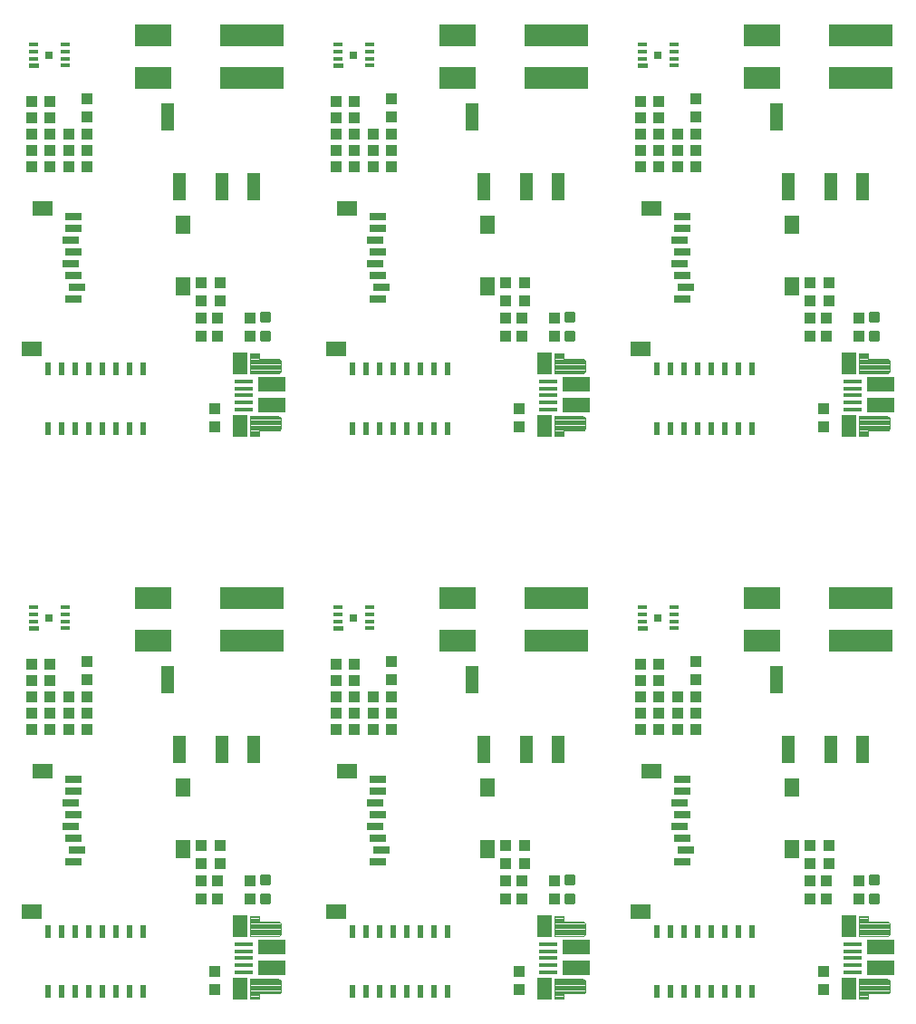
<source format=gtp>
G75*
%MOIN*%
%OFA0B0*%
%FSLAX25Y25*%
%IPPOS*%
%LPD*%
%AMOC8*
5,1,8,0,0,1.08239X$1,22.5*
%
%ADD10R,0.05748X0.07874*%
%ADD11R,0.09843X0.05610*%
%ADD12C,0.00400*%
%ADD13C,0.00197*%
%ADD14R,0.03937X0.04331*%
%ADD15R,0.04331X0.03937*%
%ADD16R,0.02362X0.04724*%
%ADD17R,0.03346X0.01378*%
%ADD18C,0.00138*%
%ADD19R,0.03000X0.03000*%
%ADD20R,0.05512X0.07087*%
%ADD21R,0.07480X0.05512*%
%ADD22R,0.05906X0.03150*%
%ADD23R,0.04724X0.09843*%
%ADD24C,0.01181*%
%ADD25R,0.13780X0.07874*%
%ADD26R,0.23622X0.07874*%
D10*
X0121167Y0060083D03*
X0121167Y0082917D03*
X0233167Y0082917D03*
X0233167Y0060083D03*
X0345167Y0060083D03*
X0345167Y0082917D03*
X0345167Y0267083D03*
X0345167Y0289917D03*
X0233167Y0289917D03*
X0233167Y0267083D03*
X0121167Y0267083D03*
X0121167Y0289917D03*
D11*
X0132781Y0282289D03*
X0132781Y0274711D03*
X0244781Y0274711D03*
X0244781Y0282289D03*
X0356781Y0282289D03*
X0356781Y0274711D03*
X0356781Y0075289D03*
X0356781Y0067711D03*
X0244781Y0067711D03*
X0244781Y0075289D03*
X0132781Y0075289D03*
X0132781Y0067711D03*
D12*
X0134810Y0063643D02*
X0124810Y0063643D01*
X0124810Y0056243D01*
X0127910Y0056243D01*
X0127910Y0058143D01*
X0127917Y0058181D01*
X0127939Y0058214D01*
X0127972Y0058236D01*
X0128010Y0058243D01*
X0134910Y0058243D01*
X0135177Y0058273D01*
X0135430Y0058362D01*
X0135658Y0058505D01*
X0135848Y0058695D01*
X0135991Y0058923D01*
X0136080Y0059176D01*
X0136110Y0059443D01*
X0136110Y0062343D01*
X0136077Y0062632D01*
X0135981Y0062907D01*
X0135826Y0063154D01*
X0135620Y0063360D01*
X0135374Y0063514D01*
X0135099Y0063611D01*
X0134810Y0063643D01*
X0135218Y0063569D02*
X0124810Y0063569D01*
X0124810Y0063170D02*
X0135809Y0063170D01*
X0136028Y0062772D02*
X0124810Y0062772D01*
X0124810Y0062373D02*
X0136106Y0062373D01*
X0136110Y0061975D02*
X0124810Y0061975D01*
X0124810Y0061576D02*
X0136110Y0061576D01*
X0136110Y0061178D02*
X0124810Y0061178D01*
X0124810Y0060779D02*
X0136110Y0060779D01*
X0136110Y0060381D02*
X0124810Y0060381D01*
X0124810Y0059982D02*
X0136110Y0059982D01*
X0136110Y0059584D02*
X0124810Y0059584D01*
X0124810Y0059185D02*
X0136081Y0059185D01*
X0135906Y0058787D02*
X0124810Y0058787D01*
X0124810Y0058388D02*
X0135472Y0058388D01*
X0127910Y0057990D02*
X0124810Y0057990D01*
X0124810Y0057591D02*
X0127910Y0057591D01*
X0127910Y0057193D02*
X0124810Y0057193D01*
X0124810Y0056794D02*
X0127910Y0056794D01*
X0127910Y0056396D02*
X0124810Y0056396D01*
X0124810Y0079306D02*
X0134810Y0079306D01*
X0135099Y0079339D01*
X0135374Y0079435D01*
X0135620Y0079590D01*
X0135826Y0079796D01*
X0135981Y0080042D01*
X0136077Y0080317D01*
X0136110Y0080606D01*
X0136110Y0083506D01*
X0136080Y0083773D01*
X0135991Y0084027D01*
X0135848Y0084254D01*
X0135658Y0084445D01*
X0135430Y0084587D01*
X0135177Y0084676D01*
X0134910Y0084706D01*
X0128010Y0084706D01*
X0127972Y0084714D01*
X0127939Y0084736D01*
X0127917Y0084768D01*
X0127910Y0084806D01*
X0127910Y0086706D01*
X0124810Y0086706D01*
X0124810Y0079306D01*
X0124810Y0079509D02*
X0135492Y0079509D01*
X0135897Y0079908D02*
X0124810Y0079908D01*
X0124810Y0080306D02*
X0136074Y0080306D01*
X0136110Y0080705D02*
X0124810Y0080705D01*
X0124810Y0081103D02*
X0136110Y0081103D01*
X0136110Y0081502D02*
X0124810Y0081502D01*
X0124810Y0081901D02*
X0136110Y0081901D01*
X0136110Y0082299D02*
X0124810Y0082299D01*
X0124810Y0082698D02*
X0136110Y0082698D01*
X0136110Y0083096D02*
X0124810Y0083096D01*
X0124810Y0083495D02*
X0136110Y0083495D01*
X0136038Y0083893D02*
X0124810Y0083893D01*
X0124810Y0084292D02*
X0135811Y0084292D01*
X0135054Y0084690D02*
X0124810Y0084690D01*
X0124810Y0085089D02*
X0127910Y0085089D01*
X0127910Y0085487D02*
X0124810Y0085487D01*
X0124810Y0085886D02*
X0127910Y0085886D01*
X0127910Y0086284D02*
X0124810Y0086284D01*
X0124810Y0086683D02*
X0127910Y0086683D01*
X0236810Y0086706D02*
X0236810Y0079306D01*
X0246810Y0079306D01*
X0247099Y0079339D01*
X0247374Y0079435D01*
X0247620Y0079590D01*
X0247826Y0079796D01*
X0247981Y0080042D01*
X0248077Y0080317D01*
X0248110Y0080606D01*
X0248110Y0083506D01*
X0248080Y0083773D01*
X0247991Y0084027D01*
X0247848Y0084254D01*
X0247658Y0084445D01*
X0247430Y0084587D01*
X0247177Y0084676D01*
X0246910Y0084706D01*
X0240010Y0084706D01*
X0239972Y0084714D01*
X0239939Y0084736D01*
X0239917Y0084768D01*
X0239910Y0084806D01*
X0239910Y0086706D01*
X0236810Y0086706D01*
X0236810Y0086683D02*
X0239910Y0086683D01*
X0239910Y0086284D02*
X0236810Y0086284D01*
X0236810Y0085886D02*
X0239910Y0085886D01*
X0239910Y0085487D02*
X0236810Y0085487D01*
X0236810Y0085089D02*
X0239910Y0085089D01*
X0236810Y0084690D02*
X0247054Y0084690D01*
X0247811Y0084292D02*
X0236810Y0084292D01*
X0236810Y0083893D02*
X0248038Y0083893D01*
X0248110Y0083495D02*
X0236810Y0083495D01*
X0236810Y0083096D02*
X0248110Y0083096D01*
X0248110Y0082698D02*
X0236810Y0082698D01*
X0236810Y0082299D02*
X0248110Y0082299D01*
X0248110Y0081901D02*
X0236810Y0081901D01*
X0236810Y0081502D02*
X0248110Y0081502D01*
X0248110Y0081103D02*
X0236810Y0081103D01*
X0236810Y0080705D02*
X0248110Y0080705D01*
X0248074Y0080306D02*
X0236810Y0080306D01*
X0236810Y0079908D02*
X0247897Y0079908D01*
X0247492Y0079509D02*
X0236810Y0079509D01*
X0236810Y0063643D02*
X0246810Y0063643D01*
X0247099Y0063611D01*
X0247374Y0063514D01*
X0247620Y0063360D01*
X0247826Y0063154D01*
X0247981Y0062907D01*
X0248077Y0062632D01*
X0248110Y0062343D01*
X0248110Y0059443D01*
X0248080Y0059176D01*
X0247991Y0058923D01*
X0247848Y0058695D01*
X0247658Y0058505D01*
X0247430Y0058362D01*
X0247177Y0058273D01*
X0246910Y0058243D01*
X0240010Y0058243D01*
X0239972Y0058236D01*
X0239939Y0058214D01*
X0239917Y0058181D01*
X0239910Y0058143D01*
X0239910Y0056243D01*
X0236810Y0056243D01*
X0236810Y0063643D01*
X0236810Y0063569D02*
X0247218Y0063569D01*
X0247809Y0063170D02*
X0236810Y0063170D01*
X0236810Y0062772D02*
X0248028Y0062772D01*
X0248106Y0062373D02*
X0236810Y0062373D01*
X0236810Y0061975D02*
X0248110Y0061975D01*
X0248110Y0061576D02*
X0236810Y0061576D01*
X0236810Y0061178D02*
X0248110Y0061178D01*
X0248110Y0060779D02*
X0236810Y0060779D01*
X0236810Y0060381D02*
X0248110Y0060381D01*
X0248110Y0059982D02*
X0236810Y0059982D01*
X0236810Y0059584D02*
X0248110Y0059584D01*
X0248081Y0059185D02*
X0236810Y0059185D01*
X0236810Y0058787D02*
X0247906Y0058787D01*
X0247472Y0058388D02*
X0236810Y0058388D01*
X0236810Y0057990D02*
X0239910Y0057990D01*
X0239910Y0057591D02*
X0236810Y0057591D01*
X0236810Y0057193D02*
X0239910Y0057193D01*
X0239910Y0056794D02*
X0236810Y0056794D01*
X0236810Y0056396D02*
X0239910Y0056396D01*
X0348810Y0056396D02*
X0351910Y0056396D01*
X0351910Y0056243D02*
X0351910Y0058143D01*
X0351917Y0058181D01*
X0351939Y0058214D01*
X0351972Y0058236D01*
X0352010Y0058243D01*
X0358910Y0058243D01*
X0359177Y0058273D01*
X0359430Y0058362D01*
X0359658Y0058505D01*
X0359848Y0058695D01*
X0359991Y0058923D01*
X0360080Y0059176D01*
X0360110Y0059443D01*
X0360110Y0062343D01*
X0360077Y0062632D01*
X0359981Y0062907D01*
X0359826Y0063154D01*
X0359620Y0063360D01*
X0359374Y0063514D01*
X0359099Y0063611D01*
X0358810Y0063643D01*
X0348810Y0063643D01*
X0348810Y0056243D01*
X0351910Y0056243D01*
X0351910Y0056794D02*
X0348810Y0056794D01*
X0348810Y0057193D02*
X0351910Y0057193D01*
X0351910Y0057591D02*
X0348810Y0057591D01*
X0348810Y0057990D02*
X0351910Y0057990D01*
X0348810Y0058388D02*
X0359472Y0058388D01*
X0359906Y0058787D02*
X0348810Y0058787D01*
X0348810Y0059185D02*
X0360081Y0059185D01*
X0360110Y0059584D02*
X0348810Y0059584D01*
X0348810Y0059982D02*
X0360110Y0059982D01*
X0360110Y0060381D02*
X0348810Y0060381D01*
X0348810Y0060779D02*
X0360110Y0060779D01*
X0360110Y0061178D02*
X0348810Y0061178D01*
X0348810Y0061576D02*
X0360110Y0061576D01*
X0360110Y0061975D02*
X0348810Y0061975D01*
X0348810Y0062373D02*
X0360106Y0062373D01*
X0360028Y0062772D02*
X0348810Y0062772D01*
X0348810Y0063170D02*
X0359809Y0063170D01*
X0359218Y0063569D02*
X0348810Y0063569D01*
X0348810Y0079306D02*
X0358810Y0079306D01*
X0359099Y0079339D01*
X0359374Y0079435D01*
X0359620Y0079590D01*
X0359826Y0079796D01*
X0359981Y0080042D01*
X0360077Y0080317D01*
X0360110Y0080606D01*
X0360110Y0083506D01*
X0360080Y0083773D01*
X0359991Y0084027D01*
X0359848Y0084254D01*
X0359658Y0084445D01*
X0359430Y0084587D01*
X0359177Y0084676D01*
X0358910Y0084706D01*
X0352010Y0084706D01*
X0351972Y0084714D01*
X0351939Y0084736D01*
X0351917Y0084768D01*
X0351910Y0084806D01*
X0351910Y0086706D01*
X0348810Y0086706D01*
X0348810Y0079306D01*
X0348810Y0079509D02*
X0359492Y0079509D01*
X0359897Y0079908D02*
X0348810Y0079908D01*
X0348810Y0080306D02*
X0360074Y0080306D01*
X0360110Y0080705D02*
X0348810Y0080705D01*
X0348810Y0081103D02*
X0360110Y0081103D01*
X0360110Y0081502D02*
X0348810Y0081502D01*
X0348810Y0081901D02*
X0360110Y0081901D01*
X0360110Y0082299D02*
X0348810Y0082299D01*
X0348810Y0082698D02*
X0360110Y0082698D01*
X0360110Y0083096D02*
X0348810Y0083096D01*
X0348810Y0083495D02*
X0360110Y0083495D01*
X0360038Y0083893D02*
X0348810Y0083893D01*
X0348810Y0084292D02*
X0359811Y0084292D01*
X0359054Y0084690D02*
X0348810Y0084690D01*
X0348810Y0085089D02*
X0351910Y0085089D01*
X0351910Y0085487D02*
X0348810Y0085487D01*
X0348810Y0085886D02*
X0351910Y0085886D01*
X0351910Y0086284D02*
X0348810Y0086284D01*
X0348810Y0086683D02*
X0351910Y0086683D01*
X0351910Y0263243D02*
X0348810Y0263243D01*
X0348810Y0270643D01*
X0358810Y0270643D01*
X0359099Y0270611D01*
X0359374Y0270514D01*
X0359620Y0270360D01*
X0359826Y0270154D01*
X0359981Y0269907D01*
X0360077Y0269632D01*
X0360110Y0269343D01*
X0360110Y0266443D01*
X0360080Y0266176D01*
X0359991Y0265923D01*
X0359848Y0265695D01*
X0359658Y0265505D01*
X0359430Y0265362D01*
X0359177Y0265273D01*
X0358910Y0265243D01*
X0352010Y0265243D01*
X0351972Y0265236D01*
X0351939Y0265214D01*
X0351917Y0265181D01*
X0351910Y0265143D01*
X0351910Y0263243D01*
X0351910Y0263622D02*
X0348810Y0263622D01*
X0348810Y0264020D02*
X0351910Y0264020D01*
X0351910Y0264419D02*
X0348810Y0264419D01*
X0348810Y0264817D02*
X0351910Y0264817D01*
X0351942Y0265216D02*
X0348810Y0265216D01*
X0348810Y0265614D02*
X0359767Y0265614D01*
X0360023Y0266013D02*
X0348810Y0266013D01*
X0348810Y0266411D02*
X0360106Y0266411D01*
X0360110Y0266810D02*
X0348810Y0266810D01*
X0348810Y0267208D02*
X0360110Y0267208D01*
X0360110Y0267607D02*
X0348810Y0267607D01*
X0348810Y0268005D02*
X0360110Y0268005D01*
X0360110Y0268404D02*
X0348810Y0268404D01*
X0348810Y0268802D02*
X0360110Y0268802D01*
X0360110Y0269201D02*
X0348810Y0269201D01*
X0348810Y0269599D02*
X0360081Y0269599D01*
X0359924Y0269998D02*
X0348810Y0269998D01*
X0348810Y0270396D02*
X0359562Y0270396D01*
X0358810Y0286306D02*
X0348810Y0286306D01*
X0348810Y0293706D01*
X0351910Y0293706D01*
X0351910Y0291806D01*
X0351917Y0291768D01*
X0351939Y0291736D01*
X0351972Y0291714D01*
X0352010Y0291706D01*
X0358910Y0291706D01*
X0359177Y0291676D01*
X0359430Y0291587D01*
X0359658Y0291445D01*
X0359848Y0291254D01*
X0359991Y0291027D01*
X0360080Y0290773D01*
X0360110Y0290506D01*
X0360110Y0287606D01*
X0360077Y0287317D01*
X0359981Y0287042D01*
X0359826Y0286796D01*
X0359620Y0286590D01*
X0359374Y0286435D01*
X0359099Y0286339D01*
X0358810Y0286306D01*
X0359081Y0286337D02*
X0348810Y0286337D01*
X0348810Y0286735D02*
X0359766Y0286735D01*
X0360013Y0287134D02*
X0348810Y0287134D01*
X0348810Y0287532D02*
X0360102Y0287532D01*
X0360110Y0287931D02*
X0348810Y0287931D01*
X0348810Y0288329D02*
X0360110Y0288329D01*
X0360110Y0288728D02*
X0348810Y0288728D01*
X0348810Y0289126D02*
X0360110Y0289126D01*
X0360110Y0289525D02*
X0348810Y0289525D01*
X0348810Y0289923D02*
X0360110Y0289923D01*
X0360110Y0290322D02*
X0348810Y0290322D01*
X0348810Y0290720D02*
X0360086Y0290720D01*
X0359933Y0291119D02*
X0348810Y0291119D01*
X0348810Y0291517D02*
X0359542Y0291517D01*
X0351910Y0291916D02*
X0348810Y0291916D01*
X0348810Y0292314D02*
X0351910Y0292314D01*
X0351910Y0292713D02*
X0348810Y0292713D01*
X0348810Y0293112D02*
X0351910Y0293112D01*
X0351910Y0293510D02*
X0348810Y0293510D01*
X0248110Y0290506D02*
X0248080Y0290773D01*
X0247991Y0291027D01*
X0247848Y0291254D01*
X0247658Y0291445D01*
X0247430Y0291587D01*
X0247177Y0291676D01*
X0246910Y0291706D01*
X0240010Y0291706D01*
X0239972Y0291714D01*
X0239939Y0291736D01*
X0239917Y0291768D01*
X0239910Y0291806D01*
X0239910Y0293706D01*
X0236810Y0293706D01*
X0236810Y0286306D01*
X0246810Y0286306D01*
X0247099Y0286339D01*
X0247374Y0286435D01*
X0247620Y0286590D01*
X0247826Y0286796D01*
X0247981Y0287042D01*
X0248077Y0287317D01*
X0248110Y0287606D01*
X0248110Y0290506D01*
X0248110Y0290322D02*
X0236810Y0290322D01*
X0236810Y0290720D02*
X0248086Y0290720D01*
X0247933Y0291119D02*
X0236810Y0291119D01*
X0236810Y0291517D02*
X0247542Y0291517D01*
X0248110Y0289923D02*
X0236810Y0289923D01*
X0236810Y0289525D02*
X0248110Y0289525D01*
X0248110Y0289126D02*
X0236810Y0289126D01*
X0236810Y0288728D02*
X0248110Y0288728D01*
X0248110Y0288329D02*
X0236810Y0288329D01*
X0236810Y0287931D02*
X0248110Y0287931D01*
X0248102Y0287532D02*
X0236810Y0287532D01*
X0236810Y0287134D02*
X0248013Y0287134D01*
X0247766Y0286735D02*
X0236810Y0286735D01*
X0236810Y0286337D02*
X0247081Y0286337D01*
X0239910Y0291916D02*
X0236810Y0291916D01*
X0236810Y0292314D02*
X0239910Y0292314D01*
X0239910Y0292713D02*
X0236810Y0292713D01*
X0236810Y0293112D02*
X0239910Y0293112D01*
X0239910Y0293510D02*
X0236810Y0293510D01*
X0236810Y0270643D02*
X0246810Y0270643D01*
X0247099Y0270611D01*
X0247374Y0270514D01*
X0247620Y0270360D01*
X0247826Y0270154D01*
X0247981Y0269907D01*
X0248077Y0269632D01*
X0248110Y0269343D01*
X0248110Y0266443D01*
X0248080Y0266176D01*
X0247991Y0265923D01*
X0247848Y0265695D01*
X0247658Y0265505D01*
X0247430Y0265362D01*
X0247177Y0265273D01*
X0246910Y0265243D01*
X0240010Y0265243D01*
X0239972Y0265236D01*
X0239939Y0265214D01*
X0239917Y0265181D01*
X0239910Y0265143D01*
X0239910Y0263243D01*
X0236810Y0263243D01*
X0236810Y0270643D01*
X0236810Y0270396D02*
X0247562Y0270396D01*
X0247924Y0269998D02*
X0236810Y0269998D01*
X0236810Y0269599D02*
X0248081Y0269599D01*
X0248110Y0269201D02*
X0236810Y0269201D01*
X0236810Y0268802D02*
X0248110Y0268802D01*
X0248110Y0268404D02*
X0236810Y0268404D01*
X0236810Y0268005D02*
X0248110Y0268005D01*
X0248110Y0267607D02*
X0236810Y0267607D01*
X0236810Y0267208D02*
X0248110Y0267208D01*
X0248110Y0266810D02*
X0236810Y0266810D01*
X0236810Y0266411D02*
X0248106Y0266411D01*
X0248023Y0266013D02*
X0236810Y0266013D01*
X0236810Y0265614D02*
X0247767Y0265614D01*
X0239942Y0265216D02*
X0236810Y0265216D01*
X0236810Y0264817D02*
X0239910Y0264817D01*
X0239910Y0264419D02*
X0236810Y0264419D01*
X0236810Y0264020D02*
X0239910Y0264020D01*
X0239910Y0263622D02*
X0236810Y0263622D01*
X0136110Y0266443D02*
X0136080Y0266176D01*
X0135991Y0265923D01*
X0135848Y0265695D01*
X0135658Y0265505D01*
X0135430Y0265362D01*
X0135177Y0265273D01*
X0134910Y0265243D01*
X0128010Y0265243D01*
X0127972Y0265236D01*
X0127939Y0265214D01*
X0127917Y0265181D01*
X0127910Y0265143D01*
X0127910Y0263243D01*
X0124810Y0263243D01*
X0124810Y0270643D01*
X0134810Y0270643D01*
X0135099Y0270611D01*
X0135374Y0270514D01*
X0135620Y0270360D01*
X0135826Y0270154D01*
X0135981Y0269907D01*
X0136077Y0269632D01*
X0136110Y0269343D01*
X0136110Y0266443D01*
X0136106Y0266411D02*
X0124810Y0266411D01*
X0124810Y0266013D02*
X0136023Y0266013D01*
X0135767Y0265614D02*
X0124810Y0265614D01*
X0124810Y0265216D02*
X0127942Y0265216D01*
X0127910Y0264817D02*
X0124810Y0264817D01*
X0124810Y0264419D02*
X0127910Y0264419D01*
X0127910Y0264020D02*
X0124810Y0264020D01*
X0124810Y0263622D02*
X0127910Y0263622D01*
X0124810Y0266810D02*
X0136110Y0266810D01*
X0136110Y0267208D02*
X0124810Y0267208D01*
X0124810Y0267607D02*
X0136110Y0267607D01*
X0136110Y0268005D02*
X0124810Y0268005D01*
X0124810Y0268404D02*
X0136110Y0268404D01*
X0136110Y0268802D02*
X0124810Y0268802D01*
X0124810Y0269201D02*
X0136110Y0269201D01*
X0136081Y0269599D02*
X0124810Y0269599D01*
X0124810Y0269998D02*
X0135924Y0269998D01*
X0135562Y0270396D02*
X0124810Y0270396D01*
X0124810Y0286306D02*
X0134810Y0286306D01*
X0135099Y0286339D01*
X0135374Y0286435D01*
X0135620Y0286590D01*
X0135826Y0286796D01*
X0135981Y0287042D01*
X0136077Y0287317D01*
X0136110Y0287606D01*
X0136110Y0290506D01*
X0136080Y0290773D01*
X0135991Y0291027D01*
X0135848Y0291254D01*
X0135658Y0291445D01*
X0135430Y0291587D01*
X0135177Y0291676D01*
X0134910Y0291706D01*
X0128010Y0291706D01*
X0127972Y0291714D01*
X0127939Y0291736D01*
X0127917Y0291768D01*
X0127910Y0291806D01*
X0127910Y0293706D01*
X0124810Y0293706D01*
X0124810Y0286306D01*
X0124810Y0286337D02*
X0135081Y0286337D01*
X0135766Y0286735D02*
X0124810Y0286735D01*
X0124810Y0287134D02*
X0136013Y0287134D01*
X0136102Y0287532D02*
X0124810Y0287532D01*
X0124810Y0287931D02*
X0136110Y0287931D01*
X0136110Y0288329D02*
X0124810Y0288329D01*
X0124810Y0288728D02*
X0136110Y0288728D01*
X0136110Y0289126D02*
X0124810Y0289126D01*
X0124810Y0289525D02*
X0136110Y0289525D01*
X0136110Y0289923D02*
X0124810Y0289923D01*
X0124810Y0290322D02*
X0136110Y0290322D01*
X0136086Y0290720D02*
X0124810Y0290720D01*
X0124810Y0291119D02*
X0135933Y0291119D01*
X0135542Y0291517D02*
X0124810Y0291517D01*
X0124810Y0291916D02*
X0127910Y0291916D01*
X0127910Y0292314D02*
X0124810Y0292314D01*
X0124810Y0292713D02*
X0127910Y0292713D01*
X0127910Y0293112D02*
X0124810Y0293112D01*
X0124810Y0293510D02*
X0127910Y0293510D01*
D13*
X0125423Y0284110D02*
X0119025Y0284110D01*
X0119025Y0283126D01*
X0125423Y0283126D01*
X0125423Y0284110D01*
X0125423Y0284033D02*
X0119025Y0284033D01*
X0119025Y0283838D02*
X0125423Y0283838D01*
X0125423Y0283642D02*
X0119025Y0283642D01*
X0119025Y0283447D02*
X0125423Y0283447D01*
X0125423Y0283252D02*
X0119025Y0283252D01*
X0119025Y0281551D02*
X0125423Y0281551D01*
X0125423Y0280567D01*
X0119025Y0280567D01*
X0119025Y0281551D01*
X0119025Y0281493D02*
X0125423Y0281493D01*
X0125423Y0281298D02*
X0119025Y0281298D01*
X0119025Y0281103D02*
X0125423Y0281103D01*
X0125423Y0280907D02*
X0119025Y0280907D01*
X0119025Y0280712D02*
X0125423Y0280712D01*
X0125423Y0278992D02*
X0125423Y0278008D01*
X0119025Y0278008D01*
X0119025Y0278992D01*
X0125423Y0278992D01*
X0125423Y0278954D02*
X0119025Y0278954D01*
X0119025Y0278758D02*
X0125423Y0278758D01*
X0125423Y0278563D02*
X0119025Y0278563D01*
X0119025Y0278368D02*
X0125423Y0278368D01*
X0125423Y0278172D02*
X0119025Y0278172D01*
X0119025Y0276433D02*
X0125423Y0276433D01*
X0125423Y0275449D01*
X0119025Y0275449D01*
X0119025Y0276433D01*
X0119025Y0276414D02*
X0125423Y0276414D01*
X0125423Y0276219D02*
X0119025Y0276219D01*
X0119025Y0276023D02*
X0125423Y0276023D01*
X0125423Y0275828D02*
X0119025Y0275828D01*
X0119025Y0275633D02*
X0125423Y0275633D01*
X0125423Y0273874D02*
X0125423Y0272890D01*
X0119025Y0272890D01*
X0119025Y0273874D01*
X0125423Y0273874D01*
X0125423Y0273679D02*
X0119025Y0273679D01*
X0119025Y0273484D02*
X0125423Y0273484D01*
X0125423Y0273288D02*
X0119025Y0273288D01*
X0119025Y0273093D02*
X0125423Y0273093D01*
X0125423Y0272898D02*
X0119025Y0272898D01*
X0231025Y0272898D02*
X0237423Y0272898D01*
X0237423Y0272890D02*
X0231025Y0272890D01*
X0231025Y0273874D01*
X0237423Y0273874D01*
X0237423Y0272890D01*
X0237423Y0273093D02*
X0231025Y0273093D01*
X0231025Y0273288D02*
X0237423Y0273288D01*
X0237423Y0273484D02*
X0231025Y0273484D01*
X0231025Y0273679D02*
X0237423Y0273679D01*
X0237423Y0275449D02*
X0231025Y0275449D01*
X0231025Y0276433D01*
X0237423Y0276433D01*
X0237423Y0275449D01*
X0237423Y0275633D02*
X0231025Y0275633D01*
X0231025Y0275828D02*
X0237423Y0275828D01*
X0237423Y0276023D02*
X0231025Y0276023D01*
X0231025Y0276219D02*
X0237423Y0276219D01*
X0237423Y0276414D02*
X0231025Y0276414D01*
X0231025Y0278008D02*
X0237423Y0278008D01*
X0237423Y0278992D01*
X0231025Y0278992D01*
X0231025Y0278008D01*
X0231025Y0278172D02*
X0237423Y0278172D01*
X0237423Y0278368D02*
X0231025Y0278368D01*
X0231025Y0278563D02*
X0237423Y0278563D01*
X0237423Y0278758D02*
X0231025Y0278758D01*
X0231025Y0278954D02*
X0237423Y0278954D01*
X0237423Y0280567D02*
X0231025Y0280567D01*
X0231025Y0281551D01*
X0237423Y0281551D01*
X0237423Y0280567D01*
X0237423Y0280712D02*
X0231025Y0280712D01*
X0231025Y0280907D02*
X0237423Y0280907D01*
X0237423Y0281103D02*
X0231025Y0281103D01*
X0231025Y0281298D02*
X0237423Y0281298D01*
X0237423Y0281493D02*
X0231025Y0281493D01*
X0231025Y0283126D02*
X0237423Y0283126D01*
X0237423Y0284110D01*
X0231025Y0284110D01*
X0231025Y0283126D01*
X0231025Y0283252D02*
X0237423Y0283252D01*
X0237423Y0283447D02*
X0231025Y0283447D01*
X0231025Y0283642D02*
X0237423Y0283642D01*
X0237423Y0283838D02*
X0231025Y0283838D01*
X0231025Y0284033D02*
X0237423Y0284033D01*
X0343025Y0284033D02*
X0349423Y0284033D01*
X0349423Y0284110D02*
X0349423Y0283126D01*
X0343025Y0283126D01*
X0343025Y0284110D01*
X0349423Y0284110D01*
X0349423Y0283838D02*
X0343025Y0283838D01*
X0343025Y0283642D02*
X0349423Y0283642D01*
X0349423Y0283447D02*
X0343025Y0283447D01*
X0343025Y0283252D02*
X0349423Y0283252D01*
X0349423Y0281551D02*
X0349423Y0280567D01*
X0343025Y0280567D01*
X0343025Y0281551D01*
X0349423Y0281551D01*
X0349423Y0281493D02*
X0343025Y0281493D01*
X0343025Y0281298D02*
X0349423Y0281298D01*
X0349423Y0281103D02*
X0343025Y0281103D01*
X0343025Y0280907D02*
X0349423Y0280907D01*
X0349423Y0280712D02*
X0343025Y0280712D01*
X0343025Y0278992D02*
X0349423Y0278992D01*
X0349423Y0278008D01*
X0343025Y0278008D01*
X0343025Y0278992D01*
X0343025Y0278954D02*
X0349423Y0278954D01*
X0349423Y0278758D02*
X0343025Y0278758D01*
X0343025Y0278563D02*
X0349423Y0278563D01*
X0349423Y0278368D02*
X0343025Y0278368D01*
X0343025Y0278172D02*
X0349423Y0278172D01*
X0349423Y0276433D02*
X0343025Y0276433D01*
X0343025Y0275449D01*
X0349423Y0275449D01*
X0349423Y0276433D01*
X0349423Y0276414D02*
X0343025Y0276414D01*
X0343025Y0276219D02*
X0349423Y0276219D01*
X0349423Y0276023D02*
X0343025Y0276023D01*
X0343025Y0275828D02*
X0349423Y0275828D01*
X0349423Y0275633D02*
X0343025Y0275633D01*
X0343025Y0273874D02*
X0349423Y0273874D01*
X0349423Y0272890D01*
X0343025Y0272890D01*
X0343025Y0273874D01*
X0343025Y0273679D02*
X0349423Y0273679D01*
X0349423Y0273484D02*
X0343025Y0273484D01*
X0343025Y0273288D02*
X0349423Y0273288D01*
X0349423Y0273093D02*
X0343025Y0273093D01*
X0343025Y0272898D02*
X0349423Y0272898D01*
X0349423Y0077110D02*
X0343025Y0077110D01*
X0343025Y0076126D01*
X0349423Y0076126D01*
X0349423Y0077110D01*
X0349423Y0076950D02*
X0343025Y0076950D01*
X0343025Y0076754D02*
X0349423Y0076754D01*
X0349423Y0076559D02*
X0343025Y0076559D01*
X0343025Y0076364D02*
X0349423Y0076364D01*
X0349423Y0076168D02*
X0343025Y0076168D01*
X0343025Y0074551D02*
X0349423Y0074551D01*
X0349423Y0073567D01*
X0343025Y0073567D01*
X0343025Y0074551D01*
X0343025Y0074410D02*
X0349423Y0074410D01*
X0349423Y0074215D02*
X0343025Y0074215D01*
X0343025Y0074019D02*
X0349423Y0074019D01*
X0349423Y0073824D02*
X0343025Y0073824D01*
X0343025Y0073629D02*
X0349423Y0073629D01*
X0349423Y0071992D02*
X0349423Y0071008D01*
X0343025Y0071008D01*
X0343025Y0071992D01*
X0349423Y0071992D01*
X0349423Y0071870D02*
X0343025Y0071870D01*
X0343025Y0071675D02*
X0349423Y0071675D01*
X0349423Y0071480D02*
X0343025Y0071480D01*
X0343025Y0071284D02*
X0349423Y0071284D01*
X0349423Y0071089D02*
X0343025Y0071089D01*
X0343025Y0069433D02*
X0349423Y0069433D01*
X0349423Y0068449D01*
X0343025Y0068449D01*
X0343025Y0069433D01*
X0343025Y0069331D02*
X0349423Y0069331D01*
X0349423Y0069135D02*
X0343025Y0069135D01*
X0343025Y0068940D02*
X0349423Y0068940D01*
X0349423Y0068745D02*
X0343025Y0068745D01*
X0343025Y0068549D02*
X0349423Y0068549D01*
X0349423Y0066874D02*
X0349423Y0065890D01*
X0343025Y0065890D01*
X0343025Y0066874D01*
X0349423Y0066874D01*
X0349423Y0066791D02*
X0343025Y0066791D01*
X0343025Y0066596D02*
X0349423Y0066596D01*
X0349423Y0066400D02*
X0343025Y0066400D01*
X0343025Y0066205D02*
X0349423Y0066205D01*
X0349423Y0066009D02*
X0343025Y0066009D01*
X0237423Y0066009D02*
X0231025Y0066009D01*
X0231025Y0065890D02*
X0237423Y0065890D01*
X0237423Y0066874D01*
X0231025Y0066874D01*
X0231025Y0065890D01*
X0231025Y0066205D02*
X0237423Y0066205D01*
X0237423Y0066400D02*
X0231025Y0066400D01*
X0231025Y0066596D02*
X0237423Y0066596D01*
X0237423Y0066791D02*
X0231025Y0066791D01*
X0231025Y0068449D02*
X0237423Y0068449D01*
X0237423Y0069433D01*
X0231025Y0069433D01*
X0231025Y0068449D01*
X0231025Y0068549D02*
X0237423Y0068549D01*
X0237423Y0068745D02*
X0231025Y0068745D01*
X0231025Y0068940D02*
X0237423Y0068940D01*
X0237423Y0069135D02*
X0231025Y0069135D01*
X0231025Y0069331D02*
X0237423Y0069331D01*
X0237423Y0071008D02*
X0231025Y0071008D01*
X0231025Y0071992D01*
X0237423Y0071992D01*
X0237423Y0071008D01*
X0237423Y0071089D02*
X0231025Y0071089D01*
X0231025Y0071284D02*
X0237423Y0071284D01*
X0237423Y0071480D02*
X0231025Y0071480D01*
X0231025Y0071675D02*
X0237423Y0071675D01*
X0237423Y0071870D02*
X0231025Y0071870D01*
X0231025Y0073567D02*
X0237423Y0073567D01*
X0237423Y0074551D01*
X0231025Y0074551D01*
X0231025Y0073567D01*
X0231025Y0073629D02*
X0237423Y0073629D01*
X0237423Y0073824D02*
X0231025Y0073824D01*
X0231025Y0074019D02*
X0237423Y0074019D01*
X0237423Y0074215D02*
X0231025Y0074215D01*
X0231025Y0074410D02*
X0237423Y0074410D01*
X0237423Y0076126D02*
X0231025Y0076126D01*
X0231025Y0077110D01*
X0237423Y0077110D01*
X0237423Y0076126D01*
X0237423Y0076168D02*
X0231025Y0076168D01*
X0231025Y0076364D02*
X0237423Y0076364D01*
X0237423Y0076559D02*
X0231025Y0076559D01*
X0231025Y0076754D02*
X0237423Y0076754D01*
X0237423Y0076950D02*
X0231025Y0076950D01*
X0125423Y0076950D02*
X0119025Y0076950D01*
X0119025Y0077110D02*
X0125423Y0077110D01*
X0125423Y0076126D01*
X0119025Y0076126D01*
X0119025Y0077110D01*
X0119025Y0076754D02*
X0125423Y0076754D01*
X0125423Y0076559D02*
X0119025Y0076559D01*
X0119025Y0076364D02*
X0125423Y0076364D01*
X0125423Y0076168D02*
X0119025Y0076168D01*
X0119025Y0074551D02*
X0125423Y0074551D01*
X0125423Y0073567D01*
X0119025Y0073567D01*
X0119025Y0074551D01*
X0119025Y0074410D02*
X0125423Y0074410D01*
X0125423Y0074215D02*
X0119025Y0074215D01*
X0119025Y0074019D02*
X0125423Y0074019D01*
X0125423Y0073824D02*
X0119025Y0073824D01*
X0119025Y0073629D02*
X0125423Y0073629D01*
X0125423Y0071992D02*
X0125423Y0071008D01*
X0119025Y0071008D01*
X0119025Y0071992D01*
X0125423Y0071992D01*
X0125423Y0071870D02*
X0119025Y0071870D01*
X0119025Y0071675D02*
X0125423Y0071675D01*
X0125423Y0071480D02*
X0119025Y0071480D01*
X0119025Y0071284D02*
X0125423Y0071284D01*
X0125423Y0071089D02*
X0119025Y0071089D01*
X0119025Y0069433D02*
X0125423Y0069433D01*
X0125423Y0068449D01*
X0119025Y0068449D01*
X0119025Y0069433D01*
X0119025Y0069331D02*
X0125423Y0069331D01*
X0125423Y0069135D02*
X0119025Y0069135D01*
X0119025Y0068940D02*
X0125423Y0068940D01*
X0125423Y0068745D02*
X0119025Y0068745D01*
X0119025Y0068549D02*
X0125423Y0068549D01*
X0125423Y0066874D02*
X0125423Y0065890D01*
X0119025Y0065890D01*
X0119025Y0066874D01*
X0125423Y0066874D01*
X0125423Y0066791D02*
X0119025Y0066791D01*
X0119025Y0066596D02*
X0125423Y0066596D01*
X0125423Y0066400D02*
X0119025Y0066400D01*
X0119025Y0066205D02*
X0125423Y0066205D01*
X0125423Y0066009D02*
X0119025Y0066009D01*
D14*
X0111750Y0066346D03*
X0111750Y0059654D03*
X0112750Y0093154D03*
X0106750Y0093154D03*
X0106750Y0099846D03*
X0112750Y0099846D03*
X0113750Y0106154D03*
X0106750Y0106154D03*
X0106750Y0112846D03*
X0113750Y0112846D03*
X0124750Y0099846D03*
X0124750Y0093154D03*
X0176750Y0173654D03*
X0176750Y0180346D03*
X0218750Y0112846D03*
X0218750Y0106154D03*
X0218750Y0099846D03*
X0224750Y0099846D03*
X0225750Y0106154D03*
X0225750Y0112846D03*
X0236750Y0099846D03*
X0236750Y0093154D03*
X0224750Y0093154D03*
X0218750Y0093154D03*
X0223750Y0066346D03*
X0223750Y0059654D03*
X0330750Y0093154D03*
X0336750Y0093154D03*
X0336750Y0099846D03*
X0330750Y0099846D03*
X0330750Y0106154D03*
X0337750Y0106154D03*
X0337750Y0112846D03*
X0330750Y0112846D03*
X0348750Y0099846D03*
X0348750Y0093154D03*
X0335750Y0066346D03*
X0335750Y0059654D03*
X0288750Y0173654D03*
X0288750Y0180346D03*
X0335750Y0266654D03*
X0335750Y0273346D03*
X0336750Y0300154D03*
X0330750Y0300154D03*
X0330750Y0306846D03*
X0336750Y0306846D03*
X0337750Y0313154D03*
X0330750Y0313154D03*
X0330750Y0319846D03*
X0337750Y0319846D03*
X0348750Y0306846D03*
X0348750Y0300154D03*
X0288750Y0380654D03*
X0288750Y0387346D03*
X0225750Y0319846D03*
X0225750Y0313154D03*
X0224750Y0306846D03*
X0218750Y0306846D03*
X0218750Y0313154D03*
X0218750Y0319846D03*
X0236750Y0306846D03*
X0236750Y0300154D03*
X0224750Y0300154D03*
X0218750Y0300154D03*
X0223750Y0273346D03*
X0223750Y0266654D03*
X0124750Y0300154D03*
X0124750Y0306846D03*
X0112750Y0306846D03*
X0106750Y0306846D03*
X0106750Y0313154D03*
X0113750Y0313154D03*
X0113750Y0319846D03*
X0106750Y0319846D03*
X0106750Y0300154D03*
X0112750Y0300154D03*
X0111750Y0273346D03*
X0111750Y0266654D03*
X0064750Y0180346D03*
X0064750Y0173654D03*
X0064750Y0380654D03*
X0064750Y0387346D03*
X0176750Y0387346D03*
X0176750Y0380654D03*
D15*
X0176596Y0374500D03*
X0176596Y0368500D03*
X0176596Y0362500D03*
X0169904Y0362500D03*
X0169904Y0368500D03*
X0169904Y0374500D03*
X0163096Y0374500D03*
X0163096Y0368500D03*
X0163096Y0362500D03*
X0156404Y0362500D03*
X0156404Y0368500D03*
X0156404Y0374500D03*
X0156404Y0380500D03*
X0156404Y0386500D03*
X0163096Y0386500D03*
X0163096Y0380500D03*
X0064596Y0374500D03*
X0064596Y0368500D03*
X0064596Y0362500D03*
X0057904Y0362500D03*
X0057904Y0368500D03*
X0057904Y0374500D03*
X0051096Y0374500D03*
X0051096Y0368500D03*
X0051096Y0362500D03*
X0044404Y0362500D03*
X0044404Y0368500D03*
X0044404Y0374500D03*
X0044404Y0380500D03*
X0044404Y0386500D03*
X0051096Y0386500D03*
X0051096Y0380500D03*
X0051096Y0179500D03*
X0044404Y0179500D03*
X0044404Y0173500D03*
X0044404Y0167500D03*
X0044404Y0161500D03*
X0044404Y0155500D03*
X0051096Y0155500D03*
X0051096Y0161500D03*
X0051096Y0167500D03*
X0051096Y0173500D03*
X0057904Y0167500D03*
X0057904Y0161500D03*
X0057904Y0155500D03*
X0064596Y0155500D03*
X0064596Y0161500D03*
X0064596Y0167500D03*
X0156404Y0167500D03*
X0156404Y0161500D03*
X0156404Y0155500D03*
X0163096Y0155500D03*
X0163096Y0161500D03*
X0163096Y0167500D03*
X0163096Y0173500D03*
X0169904Y0167500D03*
X0169904Y0161500D03*
X0169904Y0155500D03*
X0176596Y0155500D03*
X0176596Y0161500D03*
X0176596Y0167500D03*
X0163096Y0179500D03*
X0156404Y0179500D03*
X0156404Y0173500D03*
X0268404Y0173500D03*
X0268404Y0167500D03*
X0268404Y0161500D03*
X0268404Y0155500D03*
X0275096Y0155500D03*
X0275096Y0161500D03*
X0275096Y0167500D03*
X0275096Y0173500D03*
X0275096Y0179500D03*
X0268404Y0179500D03*
X0281904Y0167500D03*
X0281904Y0161500D03*
X0281904Y0155500D03*
X0288596Y0155500D03*
X0288596Y0161500D03*
X0288596Y0167500D03*
X0288596Y0362500D03*
X0288596Y0368500D03*
X0288596Y0374500D03*
X0281904Y0374500D03*
X0281904Y0368500D03*
X0281904Y0362500D03*
X0275096Y0362500D03*
X0275096Y0368500D03*
X0275096Y0374500D03*
X0268404Y0374500D03*
X0268404Y0368500D03*
X0268404Y0362500D03*
X0268404Y0380500D03*
X0268404Y0386500D03*
X0275096Y0386500D03*
X0275096Y0380500D03*
D16*
X0050250Y0058976D03*
X0055250Y0058976D03*
X0060250Y0058976D03*
X0065250Y0058976D03*
X0070250Y0058976D03*
X0075250Y0058976D03*
X0080250Y0058976D03*
X0085250Y0058976D03*
X0085250Y0081024D03*
X0080250Y0081024D03*
X0075250Y0081024D03*
X0070250Y0081024D03*
X0065250Y0081024D03*
X0060250Y0081024D03*
X0055250Y0081024D03*
X0050250Y0081024D03*
X0162250Y0081024D03*
X0167250Y0081024D03*
X0172250Y0081024D03*
X0177250Y0081024D03*
X0182250Y0081024D03*
X0187250Y0081024D03*
X0192250Y0081024D03*
X0197250Y0081024D03*
X0197250Y0058976D03*
X0192250Y0058976D03*
X0187250Y0058976D03*
X0182250Y0058976D03*
X0177250Y0058976D03*
X0172250Y0058976D03*
X0167250Y0058976D03*
X0162250Y0058976D03*
X0274250Y0058976D03*
X0279250Y0058976D03*
X0284250Y0058976D03*
X0289250Y0058976D03*
X0294250Y0058976D03*
X0299250Y0058976D03*
X0304250Y0058976D03*
X0309250Y0058976D03*
X0309250Y0081024D03*
X0304250Y0081024D03*
X0299250Y0081024D03*
X0294250Y0081024D03*
X0289250Y0081024D03*
X0284250Y0081024D03*
X0279250Y0081024D03*
X0274250Y0081024D03*
X0274250Y0265976D03*
X0279250Y0265976D03*
X0284250Y0265976D03*
X0289250Y0265976D03*
X0294250Y0265976D03*
X0299250Y0265976D03*
X0304250Y0265976D03*
X0309250Y0265976D03*
X0309250Y0288024D03*
X0304250Y0288024D03*
X0299250Y0288024D03*
X0294250Y0288024D03*
X0289250Y0288024D03*
X0284250Y0288024D03*
X0279250Y0288024D03*
X0274250Y0288024D03*
X0197250Y0288024D03*
X0192250Y0288024D03*
X0187250Y0288024D03*
X0182250Y0288024D03*
X0177250Y0288024D03*
X0172250Y0288024D03*
X0167250Y0288024D03*
X0162250Y0288024D03*
X0162250Y0265976D03*
X0167250Y0265976D03*
X0172250Y0265976D03*
X0177250Y0265976D03*
X0182250Y0265976D03*
X0187250Y0265976D03*
X0192250Y0265976D03*
X0197250Y0265976D03*
X0085250Y0265976D03*
X0080250Y0265976D03*
X0075250Y0265976D03*
X0070250Y0265976D03*
X0065250Y0265976D03*
X0060250Y0265976D03*
X0055250Y0265976D03*
X0050250Y0265976D03*
X0050250Y0288024D03*
X0055250Y0288024D03*
X0060250Y0288024D03*
X0065250Y0288024D03*
X0070250Y0288024D03*
X0075250Y0288024D03*
X0080250Y0288024D03*
X0085250Y0288024D03*
D17*
X0056557Y0200339D03*
X0056557Y0197780D03*
X0056557Y0195220D03*
X0056557Y0192661D03*
X0044943Y0195220D03*
X0044943Y0197780D03*
X0044943Y0200339D03*
X0156943Y0200339D03*
X0156943Y0197780D03*
X0156943Y0195220D03*
X0168557Y0195220D03*
X0168557Y0192661D03*
X0168557Y0197780D03*
X0168557Y0200339D03*
X0268943Y0200339D03*
X0268943Y0197780D03*
X0268943Y0195220D03*
X0280557Y0195220D03*
X0280557Y0192661D03*
X0280557Y0197780D03*
X0280557Y0200339D03*
X0280557Y0399661D03*
X0280557Y0402220D03*
X0280557Y0404780D03*
X0280557Y0407339D03*
X0268943Y0407339D03*
X0268943Y0404780D03*
X0268943Y0402220D03*
X0168557Y0402220D03*
X0168557Y0399661D03*
X0168557Y0404780D03*
X0168557Y0407339D03*
X0156943Y0407339D03*
X0156943Y0404780D03*
X0156943Y0402220D03*
X0056557Y0402220D03*
X0056557Y0399661D03*
X0056557Y0404780D03*
X0056557Y0407339D03*
X0044943Y0407339D03*
X0044943Y0404780D03*
X0044943Y0402220D03*
D18*
X0046547Y0399041D02*
X0043339Y0399041D01*
X0043339Y0400281D01*
X0046547Y0400281D01*
X0046547Y0399041D01*
X0046547Y0399178D02*
X0043339Y0399178D01*
X0043339Y0399315D02*
X0046547Y0399315D01*
X0046547Y0399452D02*
X0043339Y0399452D01*
X0043339Y0399589D02*
X0046547Y0399589D01*
X0046547Y0399726D02*
X0043339Y0399726D01*
X0043339Y0399863D02*
X0046547Y0399863D01*
X0046547Y0400000D02*
X0043339Y0400000D01*
X0043339Y0400137D02*
X0046547Y0400137D01*
X0046547Y0400274D02*
X0043339Y0400274D01*
X0155339Y0399041D02*
X0158547Y0399041D01*
X0155339Y0399041D02*
X0155339Y0400281D01*
X0158547Y0400281D01*
X0158547Y0399041D01*
X0158547Y0399178D02*
X0155339Y0399178D01*
X0155339Y0399315D02*
X0158547Y0399315D01*
X0158547Y0399452D02*
X0155339Y0399452D01*
X0155339Y0399589D02*
X0158547Y0399589D01*
X0158547Y0399726D02*
X0155339Y0399726D01*
X0155339Y0399863D02*
X0158547Y0399863D01*
X0158547Y0400000D02*
X0155339Y0400000D01*
X0155339Y0400137D02*
X0158547Y0400137D01*
X0158547Y0400274D02*
X0155339Y0400274D01*
X0267339Y0399041D02*
X0270547Y0399041D01*
X0267339Y0399041D02*
X0267339Y0400281D01*
X0270547Y0400281D01*
X0270547Y0399041D01*
X0270547Y0399178D02*
X0267339Y0399178D01*
X0267339Y0399315D02*
X0270547Y0399315D01*
X0270547Y0399452D02*
X0267339Y0399452D01*
X0267339Y0399589D02*
X0270547Y0399589D01*
X0270547Y0399726D02*
X0267339Y0399726D01*
X0267339Y0399863D02*
X0270547Y0399863D01*
X0270547Y0400000D02*
X0267339Y0400000D01*
X0267339Y0400137D02*
X0270547Y0400137D01*
X0270547Y0400274D02*
X0267339Y0400274D01*
X0267339Y0192041D02*
X0270547Y0192041D01*
X0267339Y0192041D02*
X0267339Y0193281D01*
X0270547Y0193281D01*
X0270547Y0192041D01*
X0270547Y0192178D02*
X0267339Y0192178D01*
X0267339Y0192315D02*
X0270547Y0192315D01*
X0270547Y0192452D02*
X0267339Y0192452D01*
X0267339Y0192589D02*
X0270547Y0192589D01*
X0270547Y0192726D02*
X0267339Y0192726D01*
X0267339Y0192863D02*
X0270547Y0192863D01*
X0270547Y0193000D02*
X0267339Y0193000D01*
X0267339Y0193137D02*
X0270547Y0193137D01*
X0270547Y0193274D02*
X0267339Y0193274D01*
X0158547Y0192041D02*
X0155339Y0192041D01*
X0155339Y0193281D01*
X0158547Y0193281D01*
X0158547Y0192041D01*
X0158547Y0192178D02*
X0155339Y0192178D01*
X0155339Y0192315D02*
X0158547Y0192315D01*
X0158547Y0192452D02*
X0155339Y0192452D01*
X0155339Y0192589D02*
X0158547Y0192589D01*
X0158547Y0192726D02*
X0155339Y0192726D01*
X0155339Y0192863D02*
X0158547Y0192863D01*
X0158547Y0193000D02*
X0155339Y0193000D01*
X0155339Y0193137D02*
X0158547Y0193137D01*
X0158547Y0193274D02*
X0155339Y0193274D01*
X0046547Y0192041D02*
X0043339Y0192041D01*
X0043339Y0193281D01*
X0046547Y0193281D01*
X0046547Y0192041D01*
X0046547Y0192178D02*
X0043339Y0192178D01*
X0043339Y0192315D02*
X0046547Y0192315D01*
X0046547Y0192452D02*
X0043339Y0192452D01*
X0043339Y0192589D02*
X0046547Y0192589D01*
X0046547Y0192726D02*
X0043339Y0192726D01*
X0043339Y0192863D02*
X0046547Y0192863D01*
X0046547Y0193000D02*
X0043339Y0193000D01*
X0043339Y0193137D02*
X0046547Y0193137D01*
X0046547Y0193274D02*
X0043339Y0193274D01*
D19*
X0050750Y0196500D03*
X0162750Y0196500D03*
X0274750Y0196500D03*
X0274750Y0403500D03*
X0162750Y0403500D03*
X0050750Y0403500D03*
D20*
X0100175Y0340929D03*
X0100175Y0318488D03*
X0212175Y0318488D03*
X0212175Y0340929D03*
X0324175Y0340929D03*
X0324175Y0318488D03*
X0324175Y0133929D03*
X0324175Y0111488D03*
X0212175Y0111488D03*
X0212175Y0133929D03*
X0100175Y0133929D03*
X0100175Y0111488D03*
D21*
X0048404Y0140228D03*
X0044467Y0088457D03*
X0156467Y0088457D03*
X0160404Y0140228D03*
X0268467Y0088457D03*
X0272404Y0140228D03*
X0268467Y0295457D03*
X0272404Y0347228D03*
X0160404Y0347228D03*
X0156467Y0295457D03*
X0048404Y0347228D03*
X0044467Y0295457D03*
D22*
X0059624Y0313803D03*
X0061199Y0318134D03*
X0059624Y0322465D03*
X0058837Y0326795D03*
X0059624Y0331126D03*
X0058837Y0335457D03*
X0059624Y0339787D03*
X0059624Y0344118D03*
X0170837Y0335457D03*
X0171624Y0339787D03*
X0171624Y0344118D03*
X0171624Y0331126D03*
X0170837Y0326795D03*
X0171624Y0322465D03*
X0173199Y0318134D03*
X0171624Y0313803D03*
X0282837Y0326795D03*
X0283624Y0322465D03*
X0285199Y0318134D03*
X0283624Y0313803D03*
X0283624Y0331126D03*
X0282837Y0335457D03*
X0283624Y0339787D03*
X0283624Y0344118D03*
X0283624Y0137118D03*
X0283624Y0132787D03*
X0282837Y0128457D03*
X0283624Y0124126D03*
X0282837Y0119795D03*
X0283624Y0115465D03*
X0285199Y0111134D03*
X0283624Y0106803D03*
X0173199Y0111134D03*
X0171624Y0115465D03*
X0170837Y0119795D03*
X0171624Y0124126D03*
X0170837Y0128457D03*
X0171624Y0132787D03*
X0171624Y0137118D03*
X0171624Y0106803D03*
X0061199Y0111134D03*
X0059624Y0115465D03*
X0058837Y0119795D03*
X0059624Y0124126D03*
X0058837Y0128457D03*
X0059624Y0132787D03*
X0059624Y0137118D03*
X0059624Y0106803D03*
D23*
X0098593Y0148205D03*
X0114341Y0148205D03*
X0126152Y0148205D03*
X0094262Y0173795D03*
X0206262Y0173795D03*
X0210593Y0148205D03*
X0226341Y0148205D03*
X0238152Y0148205D03*
X0318262Y0173795D03*
X0322593Y0148205D03*
X0338341Y0148205D03*
X0350152Y0148205D03*
X0350152Y0355205D03*
X0338341Y0355205D03*
X0322593Y0355205D03*
X0318262Y0380795D03*
X0238152Y0355205D03*
X0226341Y0355205D03*
X0210593Y0355205D03*
X0206262Y0380795D03*
X0126152Y0355205D03*
X0114341Y0355205D03*
X0098593Y0355205D03*
X0094262Y0380795D03*
D24*
X0128872Y0305575D02*
X0131628Y0305575D01*
X0128872Y0305575D02*
X0128872Y0308331D01*
X0131628Y0308331D01*
X0131628Y0305575D01*
X0131628Y0306755D02*
X0128872Y0306755D01*
X0128872Y0307935D02*
X0131628Y0307935D01*
X0131628Y0298669D02*
X0128872Y0298669D01*
X0128872Y0301425D01*
X0131628Y0301425D01*
X0131628Y0298669D01*
X0131628Y0299849D02*
X0128872Y0299849D01*
X0128872Y0301029D02*
X0131628Y0301029D01*
X0240872Y0298669D02*
X0243628Y0298669D01*
X0240872Y0298669D02*
X0240872Y0301425D01*
X0243628Y0301425D01*
X0243628Y0298669D01*
X0243628Y0299849D02*
X0240872Y0299849D01*
X0240872Y0301029D02*
X0243628Y0301029D01*
X0243628Y0305575D02*
X0240872Y0305575D01*
X0240872Y0308331D01*
X0243628Y0308331D01*
X0243628Y0305575D01*
X0243628Y0306755D02*
X0240872Y0306755D01*
X0240872Y0307935D02*
X0243628Y0307935D01*
X0352872Y0305575D02*
X0355628Y0305575D01*
X0352872Y0305575D02*
X0352872Y0308331D01*
X0355628Y0308331D01*
X0355628Y0305575D01*
X0355628Y0306755D02*
X0352872Y0306755D01*
X0352872Y0307935D02*
X0355628Y0307935D01*
X0355628Y0298669D02*
X0352872Y0298669D01*
X0352872Y0301425D01*
X0355628Y0301425D01*
X0355628Y0298669D01*
X0355628Y0299849D02*
X0352872Y0299849D01*
X0352872Y0301029D02*
X0355628Y0301029D01*
X0355628Y0098575D02*
X0352872Y0098575D01*
X0352872Y0101331D01*
X0355628Y0101331D01*
X0355628Y0098575D01*
X0355628Y0099755D02*
X0352872Y0099755D01*
X0352872Y0100935D02*
X0355628Y0100935D01*
X0355628Y0091669D02*
X0352872Y0091669D01*
X0352872Y0094425D01*
X0355628Y0094425D01*
X0355628Y0091669D01*
X0355628Y0092849D02*
X0352872Y0092849D01*
X0352872Y0094029D02*
X0355628Y0094029D01*
X0243628Y0091669D02*
X0240872Y0091669D01*
X0240872Y0094425D01*
X0243628Y0094425D01*
X0243628Y0091669D01*
X0243628Y0092849D02*
X0240872Y0092849D01*
X0240872Y0094029D02*
X0243628Y0094029D01*
X0243628Y0098575D02*
X0240872Y0098575D01*
X0240872Y0101331D01*
X0243628Y0101331D01*
X0243628Y0098575D01*
X0243628Y0099755D02*
X0240872Y0099755D01*
X0240872Y0100935D02*
X0243628Y0100935D01*
X0131628Y0098575D02*
X0128872Y0098575D01*
X0128872Y0101331D01*
X0131628Y0101331D01*
X0131628Y0098575D01*
X0131628Y0099755D02*
X0128872Y0099755D01*
X0128872Y0100935D02*
X0131628Y0100935D01*
X0131628Y0091669D02*
X0128872Y0091669D01*
X0128872Y0094425D01*
X0131628Y0094425D01*
X0131628Y0091669D01*
X0131628Y0092849D02*
X0128872Y0092849D01*
X0128872Y0094029D02*
X0131628Y0094029D01*
D25*
X0089081Y0188126D03*
X0089081Y0203874D03*
X0201081Y0203874D03*
X0201081Y0188126D03*
X0313081Y0188126D03*
X0313081Y0203874D03*
X0313081Y0395126D03*
X0313081Y0410874D03*
X0201081Y0410874D03*
X0201081Y0395126D03*
X0089081Y0395126D03*
X0089081Y0410874D03*
D26*
X0125498Y0410874D03*
X0125498Y0395126D03*
X0237498Y0395126D03*
X0237498Y0410874D03*
X0349498Y0410874D03*
X0349498Y0395126D03*
X0349498Y0203874D03*
X0349498Y0188126D03*
X0237498Y0188126D03*
X0237498Y0203874D03*
X0125498Y0203874D03*
X0125498Y0188126D03*
M02*

</source>
